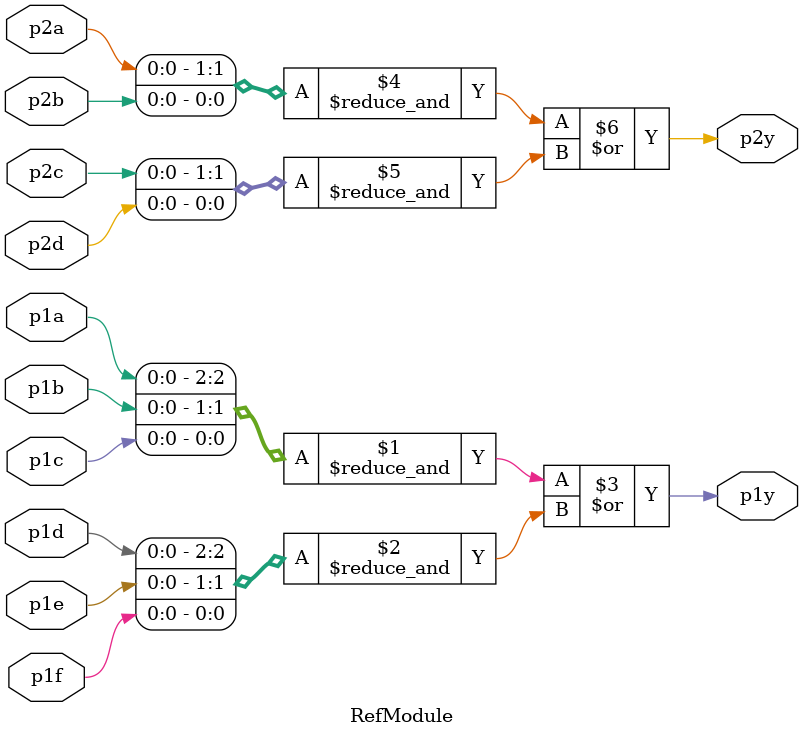
<source format=v>
module RefModule (
  input p1a,
  input p1b,
  input p1c,
  input p1d,
  input p1e,
  input p1f,
  output p1y,
  input p2a,
  input p2b,
  input p2c,
  input p2d,
  output p2y
);

  assign p1y = &{p1a, p1b, p1c} | &{p1d, p1e, p1f};
  assign p2y = &{p2a, p2b} | &{p2c, p2d};

endmodule
</source>
